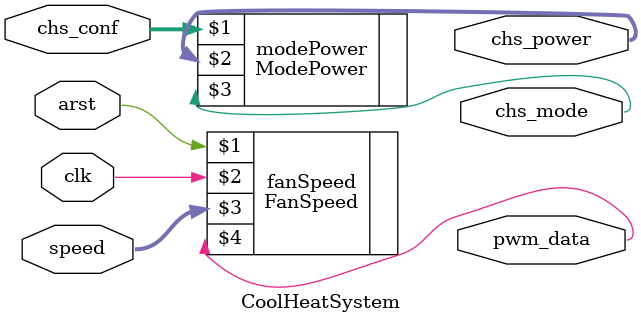
<source format=v>
`timescale 1ns / 1ps
module CoolHeatSystem (
	input        arst      , // reset [asynch]  
	input        clk       , // clock [posedge] 
	
	input  [7:0] speed     , // speed [duty-cycle]  
	
	input  [7:0] chs_conf  , // degree [temprature] 
	
	output [3:0] chs_power , // power  [cooler/heater] 
	output       chs_mode  , // model  [heat=1/cool=0]

	output       pwm_data    // data  [output]
);
	
	ModePower modePower(chs_conf, chs_power, chs_mode);
	FanSpeed fanSpeed(arst, clk, speed, pwm_data);
	

endmodule

</source>
